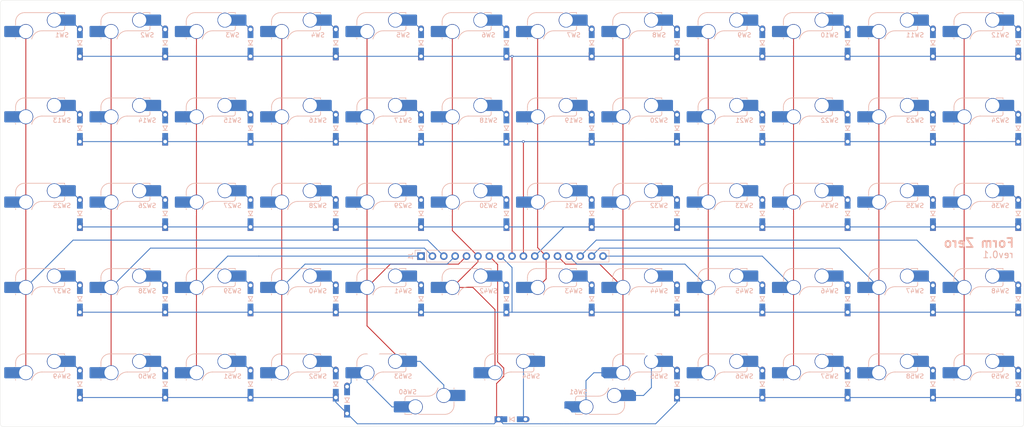
<source format=kicad_pcb>
(kicad_pcb (version 20240108) (generator "pcbnew") (generator_version "8.0")
  (title_block (title "Form Zero") (rev "0.1"))
  (layers (0 "F.Cu" signal) (31 "B.Cu" signal) (34 "B.Paste" user) (35 "F.Paste" user) (36 "B.SilkS" user "B.Silkscreen") (37 "F.SilkS" user "F.Silkscreen") (38 "B.Mask" user) (39 "F.Mask" user) (44 "Edge.Cuts" user))
  (net 0 "")
  (net 1 "Net-(D1-A)")
  (net 2 "Net-(D2-A)")
  (net 3 "Net-(D3-A)")
  (net 4 "Net-(D4-A)")
  (net 5 "Net-(D5-A)")
  (net 6 "Net-(D6-A)")
  (net 7 "Net-(D7-A)")
  (net 8 "Net-(D8-A)")
  (net 9 "Net-(D9-A)")
  (net 10 "Net-(D10-A)")
  (net 11 "Net-(D11-A)")
  (net 12 "Net-(D12-A)")
  (net 13 "Net-(D13-A)")
  (net 14 "Net-(D14-A)")
  (net 15 "Net-(D15-A)")
  (net 16 "Net-(D16-A)")
  (net 17 "Net-(D17-A)")
  (net 18 "Net-(D18-A)")
  (net 19 "Net-(D19-A)")
  (net 20 "Net-(D20-A)")
  (net 21 "Net-(D21-A)")
  (net 22 "Net-(D22-A)")
  (net 23 "Net-(D23-A)")
  (net 24 "Net-(D24-A)")
  (net 25 "Net-(D25-A)")
  (net 26 "Net-(D26-A)")
  (net 27 "Net-(D27-A)")
  (net 28 "Net-(D28-A)")
  (net 29 "Net-(D29-A)")
  (net 30 "Net-(D30-A)")
  (net 31 "Net-(D31-A)")
  (net 32 "Net-(D32-A)")
  (net 33 "Net-(D33-A)")
  (net 34 "Net-(D34-A)")
  (net 35 "Net-(D35-A)")
  (net 36 "Net-(D36-A)")
  (net 37 "Net-(D37-A)")
  (net 38 "Net-(D38-A)")
  (net 39 "Net-(D39-A)")
  (net 40 "Net-(D40-A)")
  (net 41 "Net-(D41-A)")
  (net 42 "Net-(D42-A)")
  (net 43 "Net-(D43-A)")
  (net 44 "Net-(D44-A)")
  (net 45 "Net-(D45-A)")
  (net 46 "Net-(D46-A)")
  (net 47 "Net-(D47-A)")
  (net 48 "Net-(D48-A)")
  (net 49 "Net-(D49-A)")
  (net 50 "Net-(D50-A)")
  (net 51 "Net-(D51-A)")
  (net 52 "Net-(D52-A)")
  (net 53 "Net-(D53-A)")
  (net 54 "Net-(D54-A)")
  (net 55 "Net-(D55-A)")
  (net 56 "Net-(D56-A)")
  (net 57 "Net-(D57-A)")
  (net 58 "Net-(D58-A)")
  (net 59 "Net-(D59-A)")
  (net 60 "row0")
  (net 61 "row1")
  (net 62 "row2")
  (net 63 "row3")
  (net 64 "row4")
  (net 65 "col6")
  (net 66 "col0")
  (net 67 "col1")
  (net 68 "col2")
  (net 69 "col3")
  (net 70 "col4")
  (net 71 "col5")
  (net 72 "col7")
  (net 73 "col8")
  (net 74 "col9")
  (net 75 "col10")
  (net 76 "col11")
  (footprint "marbastlib-mx:STAB_MX_2u" (layer "F.Cu") (at 154.644406 108.664398 180)
    (property "Reference" "S61" (hide yes))
    (property "Value" "MX_stab")
  )
  (footprint "marbastlib-mx:STAB_MX_2u" (layer "F.Cu") (at 135.594406 108.664398 180)
    (property "Reference" "S54" (hide yes))
    (property "Value" "MX_stab")
  )
  (footprint "marbastlib-mx:STAB_MX_2u" (layer "F.Cu") (at 116.544406 108.664398 180)
    (property "Reference" "S60" (hide yes))
    (property "Value" "MX_stab")
  )
  (footprint "kbd:D3_TH_SMD_v2" (layer "B.Cu") (at 229.581905 51.514398 90)
    (property "Reference" "D23" (hide yes))
    (property "Value" "D" (hide yes))
  )
  (footprint "marbastlib-mx:SW_MX_HS_CPG151101S11_1u" (layer "B.Cu") (at 145.119406 89.614398 180)
    (property "Reference" "SW43")
    (property "Value" "SW_Push")
  )
  (footprint "marbastlib-mx:SW_MX_HS_CPG151101S11_1u" (layer "B.Cu") (at 164.169406 70.564398 180)
    (property "Reference" "SW32")
    (property "Value" "SW_Push")
  )
  (footprint "kbd:D3_TH_SMD_v2" (layer "B.Cu") (at 153.381905 89.614398 90)
    (property "Reference" "D43" (hide yes))
    (property "Value" "D" (hide yes))
  )
  (footprint "marbastlib-mx:SW_MX_HS_CPG151101S11_1u" (layer "B.Cu") (at 202.269406 51.514398 180)
    (property "Reference" "SW22")
    (property "Value" "SW_Push")
  )
  (footprint "kbd:D3_TH_SMD_v2" (layer "B.Cu") (at 58.131905 32.464398 90)
    (property "Reference" "D2" (hide yes))
    (property "Value" "D" (hide yes))
  )
  (footprint "kbd:D3_TH_SMD_v2" (layer "B.Cu") (at 39.081905 51.514398 90)
    (property "Reference" "D13" (hide yes))
    (property "Value" "D" (hide yes))
  )
  (footprint "marbastlib-mx:SW_MX_HS_CPG151101S11_1u" (layer "B.Cu") (at 126.069406 89.614398 180)
    (property "Reference" "SW42")
    (property "Value" "SW_Push")
  )
  (footprint "kbd:D3_TH_SMD_v2" (layer "B.Cu") (at 115.281905 32.464398 90)
    (property "Reference" "D5" (hide yes))
    (property "Value" "D" (hide yes))
  )
  (footprint "marbastlib-mx:SW_MX_HS_CPG151101S11_1u" (layer "B.Cu") (at 202.269406 32.464398 180)
    (property "Reference" "SW10")
    (property "Value" "SW_Push")
  )
  (footprint "kbd:D3_TH_SMD_v2" (layer "B.Cu") (at 134.331905 89.614398 90)
    (property "Reference" "D42" (hide yes))
    (property "Value" "D" (hide yes))
  )
  (footprint "marbastlib-mx:SW_MX_HS_CPG151101S11_1u" (layer "B.Cu") (at 240.369406 89.614398 180)
    (property "Reference" "SW48")
    (property "Value" "SW_Push")
  )
  (footprint "kbd:D3_TH_SMD_v2" (layer "B.Cu") (at 153.381905 51.514398 90)
    (property "Reference" "D19" (hide yes))
    (property "Value" "D" (hide yes))
  )
  (footprint "marbastlib-mx:SW_MX_HS_CPG151101S11_1u" (layer "B.Cu") (at 126.069406 51.514398 180)
    (property "Reference" "SW18")
    (property "Value" "SW_Push")
  )
  (footprint "kbd:D3_TH_SMD_v2" (layer "B.Cu") (at 77.181905 89.614398 90)
    (property "Reference" "D39" (hide yes))
    (property "Value" "D" (hide yes))
  )
  (footprint "kbd:D3_TH_SMD_v2" (layer "B.Cu") (at 229.581905 108.664398 90)
    (property "Reference" "D58" (hide yes))
    (property "Value" "D" (hide yes))
  )
  (footprint "marbastlib-mx:SW_MX_HS_CPG151101S11_1u" (layer "B.Cu") (at 202.269406 89.614398 180)
    (property "Reference" "SW46")
    (property "Value" "SW_Push")
  )
  (footprint "marbastlib-mx:SW_MX_HS_CPG151101S11_1u" (layer "B.Cu") (at 154.644406 108.664398)
    (property "Reference" "SW61")
    (property "Value" "SW_Push")
  )
  (footprint "kbd:D3_TH_SMD_v2" (layer "B.Cu") (at 191.481905 70.564398 90)
    (property "Reference" "D33" (hide yes))
    (property "Value" "D" (hide yes))
  )
  (footprint "kbd:D3_TH_SMD_v2" (layer "B.Cu") (at 229.581905 70.564398 90)
    (property "Reference" "D35" (hide yes))
    (property "Value" "D" (hide yes))
  )
  (footprint "marbastlib-mx:SW_MX_HS_CPG151101S11_1u" (layer "B.Cu") (at 107.019406 89.614398 180)
    (property "Reference" "SW41")
    (property "Value" "SW_Push")
  )
  (footprint "kbd:D3_TH_SMD_v2" (layer "B.Cu") (at 229.581905 89.614398 90)
    (property "Reference" "D47" (hide yes))
    (property "Value" "D" (hide yes))
  )
  (footprint "kbd:D3_TH_SMD_v2" (layer "B.Cu") (at 135.594406 116.514459)
    (property "Reference" "D54" (hide yes))
    (property "Value" "D" (hide yes))
  )
  (footprint "kbd:D3_TH_SMD_v2" (layer "B.Cu") (at 210.531905 32.464398 90)
    (property "Reference" "D10" (hide yes))
    (property "Value" "D" (hide yes))
  )
  (footprint "marbastlib-mx:SW_MX_HS_CPG151101S11_1u" (layer "B.Cu") (at 202.269406 108.664398 180)
    (property "Reference" "SW57")
    (property "Value" "SW_Push")
  )
  (footprint "marbastlib-mx:SW_MX_HS_CPG151101S11_1u" (layer "B.Cu") (at 135.594406 108.664398 180)
    (property "Reference" "SW54")
    (property "Value" "SW_Push")
  )
  (footprint "marbastlib-mx:SW_MX_HS_CPG151101S11_1u" (layer "B.Cu") (at 107.019406 108.664398 180)
    (property "Reference" "SW53")
    (property "Value" "SW_Push")
  )
  (footprint "kbd:D3_TH_SMD_v2" (layer "B.Cu") (at 191.481905 32.464398 90)
    (property "Reference" "D9" (hide yes))
    (property "Value" "D" (hide yes))
  )
  (footprint "kbd:D3_TH_SMD_v2" (layer "B.Cu") (at 210.531905 51.514398 90)
    (property "Reference" "D22" (hide yes))
    (property "Value" "D" (hide yes))
  )
  (footprint "kbd:D3_TH_SMD_v2" (layer "B.Cu") (at 248.631905 108.664398 90)
    (property "Reference" "D59" (hide yes))
    (property "Value" "D" (hide yes))
  )
  (footprint "kbd:D3_TH_SMD_v2" (layer "B.Cu") (at 58.131905 108.664398 90)
    (property "Reference" "D50" (hide yes))
    (property "Value" "D" (hide yes))
  )
  (footprint "marbastlib-mx:SW_MX_HS_CPG151101S11_1u" (layer "B.Cu") (at 145.119406 70.564398 180)
    (property "Reference" "SW31")
    (property "Value" "SW_Push")
  )
  (footprint "marbastlib-mx:SW_MX_HS_CPG151101S11_1u" (layer "B.Cu") (at 30.819406 32.464398 180)
    (property "Reference" "SW1")
    (property "Value" "SW_Push")
  )
  (footprint "kbd:D3_TH_SMD_v2" (layer "B.Cu") (at 191.481905 108.664398 90)
    (property "Reference" "D56" (hide yes))
    (property "Value" "D" (hide yes))
  )
  (footprint "marbastlib-mx:SW_MX_HS_CPG151101S11_1u" (layer "B.Cu") (at 183.219406 51.514398 180)
    (property "Reference" "SW21")
    (property "Value" "SW_Push")
  )
  (footprint "kbd:D3_TH_SMD_v2" (layer "B.Cu") (at 96.231905 108.664398 90)
    (property "Reference" "D52" (hide yes))
    (property "Value" "D" (hide yes))
  )
  (footprint "kbd:D3_TH_SMD_v2" (layer "B.Cu") (at 248.631905 70.564398 90)
    (property "Reference" "D36" (hide yes))
    (property "Value" "D" (hide yes))
  )
  (footprint "kbd:D3_TH_SMD_v2" (layer "B.Cu") (at 96.231905 32.464398 90)
    (property "Reference" "D4" (hide yes))
    (property "Value" "D" (hide yes))
  )
  (footprint "kbd:D3_TH_SMD_v2" (layer "B.Cu") (at 172.431905 70.564398 90)
    (property "Reference" "D32" (hide yes))
    (property "Value" "D" (hide yes))
  )
  (footprint "kbd:D3_TH_SMD_v2" (layer "B.Cu") (at 172.431905 51.514398 90)
    (property "Reference" "D20" (hide yes))
    (property "Value" "D" (hide yes))
  )
  (footprint "marbastlib-mx:SW_MX_HS_CPG151101S11_1u" (layer "B.Cu") (at 164.169406 51.514398 180)
    (property "Reference" "SW20")
    (property "Value" "SW_Push")
  )
  (footprint "kbd:D3_TH_SMD_v2" (layer "B.Cu") (at 172.431905 108.664398 90)
    (property "Reference" "D55" (hide yes))
    (property "Value" "D" (hide yes))
  )
  (footprint "kbd:D3_TH_SMD_v2" (layer "B.Cu") (at 115.281905 70.564398 90)
    (property "Reference" "D29" (hide yes))
    (property "Value" "D" (hide yes))
  )
  (footprint "marbastlib-mx:SW_MX_HS_CPG151101S11_1u" (layer "B.Cu") (at 68.919406 32.464398 180)
    (property "Reference" "SW3")
    (property "Value" "SW_Push")
  )
  (footprint "kbd:D3_TH_SMD_v2" (layer "B.Cu") (at 58.131905 89.614398 90)
    (property "Reference" "D38" (hide yes))
    (property "Value" "D" (hide yes))
  )
  (footprint "kbd:D3_TH_SMD_v2" (layer "B.Cu") (at 96.231905 70.564398 90)
    (property "Reference" "D28" (hide yes))
    (property "Value" "D" (hide yes))
  )
  (footprint "kbd:D3_TH_SMD_v2" (layer "B.Cu") (at 39.081905 108.664398 90)
    (property "Reference" "D49" (hide yes))
    (property "Value" "D" (hide yes))
  )
  (footprint "kbd:D3_TH_SMD_v2" (layer "B.Cu") (at 96.231905 51.514398 90)
    (property "Reference" "D16" (hide yes))
    (property "Value" "D" (hide yes))
  )
  (footprint "marbastlib-mx:SW_MX_HS_CPG151101S11_1u" (layer "B.Cu") (at 164.169406 108.664398 180)
    (property "Reference" "SW55")
    (property "Value" "SW_Push")
  )
  (footprint "kbd:D3_TH_SMD_v2" (layer "B.Cu") (at 134.331905 70.564398 90)
    (property "Reference" "D30" (hide yes))
    (property "Value" "D" (hide yes))
  )
  (footprint "marbastlib-mx:SW_MX_HS_CPG151101S11_1u" (layer "B.Cu") (at 68.919406 108.664398 180)
    (property "Reference" "SW51")
    (property "Value" "SW_Push")
  )
  (footprint "Connector_PinHeader_2.54mm:PinHeader_1x17_P2.54mm_Vertical" (layer "B.Cu") (at 115.269406 80.089398 -90)
    (property "Reference" "J1")
    (property "Value" "Conn_01x17_Pin")
  )
  (footprint "marbastlib-mx:SW_MX_HS_CPG151101S11_1u" (layer "B.Cu") (at 30.819406 51.514398 180)
    (property "Reference" "SW13")
    (property "Value" "SW_Push")
  )
  (footprint "marbastlib-mx:SW_MX_HS_CPG151101S11_1u" (layer "B.Cu") (at 116.544406 108.664398)
    (property "Reference" "SW60")
    (property "Value" "SW_Push")
  )
  (footprint "marbastlib-mx:SW_MX_HS_CPG151101S11_1u" (layer "B.Cu") (at 87.969406 108.664398 180)
    (property "Reference" "SW52")
    (property "Value" "SW_Push")
  )
  (footprint "marbastlib-mx:SW_MX_HS_CPG151101S11_1u" (layer "B.Cu") (at 87.969406 89.614398 180)
    (property "Reference" "SW40")
    (property "Value" "SW_Push")
  )
  (footprint "kbd:D3_TH_SMD_v2" (layer "B.Cu") (at 153.381905 32.464398 90)
    (property "Reference" "D7" (hide yes))
    (property "Value" "D" (hide yes))
  )
  (footprint "kbd:D3_TH_SMD_v2" (layer "B.Cu") (at 77.181905 70.564398 90)
    (property "Reference" "D27" (hide yes))
    (property "Value" "D" (hide yes))
  )
  (footprint "kbd:D3_TH_SMD_v2" (layer "B.Cu") (at 58.131905 70.564398 90)
    (property "Reference" "D26" (hide yes))
    (property "Value" "D" (hide yes))
  )
  (footprint "kbd:D3_TH_SMD_v2" (layer "B.Cu") (at 58.131905 51.514398 90)
    (property "Reference" "D14" (hide yes))
    (property "Value" "D" (hide yes))
  )
  (footprint "marbastlib-mx:SW_MX_HS_CPG151101S11_1u" (layer "B.Cu") (at 202.269406 70.564398 180)
    (property "Reference" "SW34")
    (property "Value" "SW_Push")
  )
  (footprint "marbastlib-mx:SW_MX_HS_CPG151101S11_1u" (layer "B.Cu") (at 68.919406 70.564398 180)
    (property "Reference" "SW27")
    (property "Value" "SW_Push")
  )
  (footprint "marbastlib-mx:SW_MX_HS_CPG151101S11_1u" (layer "B.Cu") (at 49.869406 70.564398 180)
    (property "Reference" "SW26")
    (property "Value" "SW_Push")
  )
  (footprint "kbd:D3_TH_SMD_v2" (layer "B.Cu") (at 210.531905 89.614398 90)
    (property "Reference" "D46" (hide yes))
    (property "Value" "D" (hide yes))
  )
  (footprint "marbastlib-mx:SW_MX_HS_CPG151101S11_1u" (layer "B.Cu") (at 221.319406 51.514398 180)
    (property "Reference" "SW23")
    (property "Value" "SW_Push")
  )
  (footprint "kbd:D3_TH_SMD_v2" (layer "B.Cu") (at 210.531905 108.664398 90)
    (property "Reference" "D57" (hide yes))
    (property "Value" "D" (hide yes))
  )
  (footprint "marbastlib-mx:SW_MX_HS_CPG151101S11_1u" (layer "B.Cu") (at 164.169406 32.464398 180)
    (property "Reference" "SW8")
    (property "Value" "SW_Push")
  )
  (footprint "kbd:D3_TH_SMD_v2" (layer "B.Cu") (at 77.181905 32.464398 90)
    (property "Reference" "D3" (hide yes))
    (property "Value" "D" (hide yes))
  )
  (footprint "kbd:D3_TH_SMD_v2" (layer "B.Cu") (at 229.581905 32.464398 90)
    (property "Reference" "D11" (hide yes))
    (property "Value" "D" (hide yes))
  )
  (footprint "marbastlib-mx:SW_MX_HS_CPG151101S11_1u" (layer "B.Cu") (at 183.219406 32.464398 180)
    (property "Reference" "SW9")
    (property "Value" "SW_Push")
  )
  (footprint "kbd:D3_TH_SMD_v2" (layer "B.Cu") (at 77.181905 108.664398 90)
    (property "Reference" "D51" (hide yes))
    (property "Value" "D" (hide yes))
  )
  (footprint "marbastlib-mx:SW_MX_HS_CPG151101S11_1u" (layer "B.Cu") (at 145.119406 32.464398 180)
    (property "Reference" "SW7")
    (property "Value" "SW_Push")
  )
  (footprint "kbd:D3_TH_SMD_v2" (layer "B.Cu") (at 39.081905 89.614398 90)
    (property "Reference" "D37" (hide yes))
    (property "Value" "D" (hide yes))
  )
  (footprint "marbastlib-mx:SW_MX_HS_CPG151101S11_1u" (layer "B.Cu") (at 240.369406 51.514398 180)
    (property "Reference" "SW24")
    (property "Value" "SW_Push")
  )
  (footprint "marbastlib-mx:SW_MX_HS_CPG151101S11_1u" (layer "B.Cu") (at 183.219406 70.564398 180)
    (property "Reference" "SW33")
    (property "Value" "SW_Push")
  )
  (footprint "marbastlib-mx:SW_MX_HS_CPG151101S11_1u" (layer "B.Cu") (at 221.319406 89.614398 180)
    (property "Reference" "SW47")
    (property "Value" "SW_Push")
  )
  (footprint "marbastlib-mx:SW_MX_HS_CPG151101S11_1u" (layer "B.Cu") (at 183.219406 108.664398 180)
    (property "Reference" "SW56")
    (property "Value" "SW_Push")
  )
  (footprint "kbd:D3_TH_SMD_v2" (layer "B.Cu") (at 248.631905 32.464398 90)
    (property "Reference" "D12" (hide yes))
    (property "Value" "D" (hide yes))
  )
  (footprint "kbd:D3_TH_SMD_v2" (layer "B.Cu") (at 98.756906 112.236273 90)
    (property "Reference" "D53" (hide yes))
    (property "Value" "D" (hide yes))
  )
  (footprint "marbastlib-mx:SW_MX_HS_CPG151101S11_1u" (layer "B.Cu") (at 221.319406 32.464398 180)
    (property "Reference" "SW11")
    (property "Value" "SW_Push")
  )
  (footprint "marbastlib-mx:SW_MX_HS_CPG151101S11_1u" (layer "B.Cu") (at 49.869406 32.464398 180)
    (property "Reference" "SW2")
    (property "Value" "SW_Push")
  )
  (footprint "kbd:D3_TH_SMD_v2" (layer "B.Cu") (at 77.181905 51.514398 90)
    (property "Reference" "D15" (hide yes))
    (property "Value" "D" (hide yes))
  )
  (footprint "marbastlib-mx:SW_MX_HS_CPG151101S11_1u" (layer "B.Cu") (at 30.819406 108.664398 180)
    (property "Reference" "SW49")
    (property "Value" "SW_Push")
  )
  (footprint "marbastlib-mx:SW_MX_HS_CPG151101S11_1u" (layer "B.Cu") (at 49.869406 89.614398 180)
    (property "Reference" "SW38")
    (property "Value" "SW_Push")
  )
  (footprint "kbd:D3_TH_SMD_v2" (layer "B.Cu") (at 115.281905 89.614398 90)
    (property "Reference" "D41" (hide yes))
    (property "Value" "D" (hide yes))
  )
  (footprint "marbastlib-mx:SW_MX_HS_CPG151101S11_1u" (layer "B.Cu") (at 126.069406 70.564398 180)
    (property "Reference" "SW30")
    (property "Value" "SW_Push")
  )
  (footprint "marbastlib-mx:SW_MX_HS_CPG151101S11_1u" (layer "B.Cu") (at 87.969406 70.564398 180)
    (property "Reference" "SW28")
    (property "Value" "SW_Push")
  )
  (footprint "marbastlib-mx:SW_MX_HS_CPG151101S11_1u" (layer "B.Cu") (at 240.369406 108.664398 180)
    (property "Reference" "SW59")
    (property "Value" "SW_Push")
  )
  (footprint "kbd:D3_TH_SMD_v2" (layer "B.Cu") (at 115.281905 51.514398 90)
    (property "Reference" "D17" (hide yes))
    (property "Value" "D" (hide yes))
  )
  (footprint "marbastlib-mx:SW_MX_HS_CPG151101S11_1u" (layer "B.Cu") (at 145.119406 51.514398 180)
    (property "Reference" "SW19")
    (property "Value" "SW_Push")
  )
  (footprint "marbastlib-mx:SW_MX_HS_CPG151101S11_1u" (layer "B.Cu") (at 68.919406 51.514398 180)
    (property "Reference" "SW15")
    (property "Value" "SW_Push")
  )
  (footprint "kbd:D3_TH_SMD_v2" (layer "B.Cu") (at 248.631905 51.514398 90)
    (property "Reference" "D24" (hide yes))
    (property "Value" "D" (hide yes))
  )
  (footprint "marbastlib-mx:SW_MX_HS_CPG151101S11_1u" (layer "B.Cu") (at 107.019406 51.514398 180)
    (property "Reference" "SW17")
    (property "Value" "SW_Push")
  )
  (footprint "marbastlib-mx:SW_MX_HS_CPG151101S11_1u" (layer "B.Cu") (at 87.969406 32.464398 180)
    (property "Reference" "SW4")
    (property "Value" "SW_Push")
  )
  (footprint "kbd:D3_TH_SMD_v2" (layer "B.Cu") (at 210.531905 70.564398 90)
    (property "Reference" "D34" (hide yes))
    (property "Value" "D" (hide yes))
  )
  (footprint "kbd:D3_TH_SMD_v2" (layer "B.Cu") (at 39.081905 70.564398 90)
    (property "Reference" "D25" (hide yes))
    (property "Value" "D" (hide yes))
  )
  (footprint "marbastlib-mx:SW_MX_HS_CPG151101S11_1u" (layer "B.Cu") (at 164.169406 89.614398 180)
    (property "Reference" "SW44")
    (property "Value" "SW_Push")
  )
  (footprint "marbastlib-mx:SW_MX_HS_CPG151101S11_1u" (layer "B.Cu") (at 68.919406 89.614398 180)
    (property "Reference" "SW39")
    (property "Value" "SW_Push")
  )
  (footprint "marbastlib-mx:SW_MX_HS_CPG151101S11_1u" (layer "B.Cu") (at 240.369406 70.564398 180)
    (property "Reference" "SW36")
    (property "Value" "SW_Push")
  )
  (footprint "marbastlib-mx:SW_MX_HS_CPG151101S11_1u" (layer "B.Cu") (at 221.319406 108.664398 180)
    (property "Reference" "SW58")
    (property "Value" "SW_Push")
  )
  (footprint "kbd:D3_TH_SMD_v2" (layer "B.Cu") (at 172.431905 32.464398 90)
    (property "Reference" "D8" (hide yes))
    (property "Value" "D" (hide yes))
  )
  (footprint "kbd:D3_TH_SMD_v2" (layer "B.Cu") (at 134.331905 51.514398 90)
    (property "Reference" "D18" (hide yes))
    (property "Value" "D" (hide yes))
  )
  (footprint "kbd:D3_TH_SMD_v2" (layer "B.Cu") (at 172.431905 89.614398 90)
    (property "Reference" "D44" (hide yes))
    (property "Value" "D" (hide yes))
  )
  (footprint "marbastlib-mx:SW_MX_HS_CPG151101S11_1u" (layer "B.Cu") (at 49.869406 108.664398 180)
    (property "Reference" "SW50")
    (property "Value" "SW_Push")
  )
  (footprint "marbastlib-mx:SW_MX_HS_CPG151101S11_1u" (layer "B.Cu") (at 107.019406 70.564398 180)
    (property "Reference" "SW29")
    (property "Value" "SW_Push")
  )
  (footprint "kbd:D3_TH_SMD_v2" (layer "B.Cu") (at 39.081905 32.464398 90)
    (property "Reference" "D1" (hide yes))
    (property "Value" "D" (hide yes))
  )
  (footprint "marbastlib-mx:SW_MX_HS_CPG151101S11_1u" (layer "B.Cu") (at 49.869406 51.514398 180)
    (property "Reference" "SW14")
    (property "Value" "SW_Push")
  )
  (footprint "marbastlib-mx:SW_MX_HS_CPG151101S11_1u" (layer "B.Cu") (at 240.369406 32.464398 180)
    (property "Reference" "SW12")
    (property "Value" "SW_Push")
  )
  (footprint "marbastlib-mx:SW_MX_HS_CPG151101S11_1u" (layer "B.Cu") (at 107.019406 32.464398 180)
    (property "Reference" "SW5")
    (property "Value" "SW_Push")
  )
  (footprint "marbastlib-mx:SW_MX_HS_CPG151101S11_1u" (layer "B.Cu") (at 183.219406 89.614398 180)
    (property "Reference" "SW45")
    (property "Value" "SW_Push")
  )
  (footprint "kbd:D3_TH_SMD_v2" (layer "B.Cu") (at 134.331905 32.464398 90)
    (property "Reference" "D6" (hide yes))
    (property "Value" "D" (hide yes))
  )
  (footprint "kbd:D3_TH_SMD_v2" (layer "B.Cu") (at 96.231905 89.614398 90)
    (property "Reference" "D40" (hide yes))
    (property "Value" "D" (hide yes))
  )
  (footprint "kbd:D3_TH_SMD_v2" (layer "B.Cu") (at 191.481905 51.514398 90)
    (property "Reference" "D21" (hide yes))
    (property "Value" "D" (hide yes))
  )
  (footprint "kbd:D3_TH_SMD_v2" (layer "B.Cu") (at 153.381905 70.564398 90)
    (property "Reference" "D31" (hide yes))
    (property "Value" "D" (hide yes))
  )
  (footprint "kbd:D3_TH_SMD_v2" (layer "B.Cu") (at 248.631905 89.614398 90)
    (property "Reference" "D48" (hide yes))
    (property "Value" "D" (hide yes))
  )
  (footprint "marbastlib-mx:SW_MX_HS_CPG151101S11_1u" (layer "B.Cu") (at 30.819406 70.564398 180)
    (property "Reference" "SW25")
    (property "Value" "SW_Push")
  )
  (footprint "kbd:D3_TH_SMD_v2" (layer "B.Cu") (at 191.481905 89.614398 90)
    (property "Reference" "D45" (hide yes))
    (property "Value" "D" (hide yes))
  )
  (footprint "marbastlib-mx:SW_MX_HS_CPG151101S11_1u" (layer "B.Cu") (at 30.819406 89.614398 180)
    (property "Reference" "SW37")
    (property "Value" "SW_Push")
  )
  (footprint "marbastlib-mx:SW_MX_HS_CPG151101S11_1u" (layer "B.Cu") (at 221.319406 70.564398 180)
    (property "Reference" "SW35")
    (property "Value" "SW_Push")
  )
  (footprint "marbastlib-mx:SW_MX_HS_CPG151101S11_1u" (layer "B.Cu") (at 87.969406 51.514398 180)
    (property "Reference" "SW16")
    (property "Value" "SW_Push")
  )
  (footprint "marbastlib-mx:SW_MX_HS_CPG151101S11_1u" (layer "B.Cu") (at 126.069406 32.464398 180)
    (property "Reference" "SW6")
    (property "Value" "SW_Push")
  )
  (gr_arc (start 21.294406 23.714398) (mid 21.521398 23.16639) (end 22.069406 22.939398) (stroke (width 0.05)) (layer "Edge.Cuts"))
  (gr_arc (start 249.119406 22.939398) (mid 249.667414 23.16639) (end 249.894406 23.714398) (stroke (width 0.05)) (layer "Edge.Cuts"))
  (gr_arc (start 22.069406 118.189398) (mid 21.521398 117.962406) (end 21.294406 117.414398) (stroke (width 0.05)) (layer "Edge.Cuts"))
  (gr_line (start 249.894406 23.714398) (end 249.894406 117.414398) (stroke (width 0.05)) (layer "Edge.Cuts"))
  (gr_arc (start 249.894406 117.414398) (mid 249.667414 117.962406) (end 249.119406 118.189398) (stroke (width 0.05)) (layer "Edge.Cuts"))
  (gr_line (start 21.294406 117.414398) (end 21.294406 23.714398) (stroke (width 0.05)) (layer "Edge.Cuts"))
  (gr_line (start 249.119406 118.189398) (end 22.069406 118.189398) (stroke (width 0.05)) (layer "Edge.Cuts"))
  (gr_line (start 22.069406 22.939398) (end 249.119406 22.939398) (stroke (width 0.05)) (layer "Edge.Cuts"))
  (gr_text "rev${REVISION}" (at 247.716942 80.645522 0) (layer "B.SilkS") (effects (font (size 1.5 1.5) (thickness 0.2)) (justify left bottom mirror)))
  (gr_text "${TITLE}" (at 239.848483 78.311816 0) (layer "B.SilkS") (effects (font (size 2 2) (thickness 0.4) (bold yes)) (justify bottom mirror)))
  (segment (start 36.909406 27.384398) (end 37.001905 27.384398) (width 0.2) (layer "B.Cu") (net 1))
  (segment (start 37.001905 27.384398) (end 39.081905 29.464398) (width 0.2) (layer "B.Cu") (net 1))
  (segment (start 55.959406 27.384398) (end 56.051905 27.384398) (width 0.2) (layer "B.Cu") (net 2))
  (segment (start 56.051905 27.384398) (end 58.131905 29.464398) (width 0.2) (layer "B.Cu") (net 2))
  (segment (start 75.009406 27.384398) (end 75.101905 27.384398) (width 0.2) (layer "B.Cu") (net 3))
  (segment (start 75.101905 27.384398) (end 77.181905 29.464398) (width 0.2) (layer "B.Cu") (net 3))
  (segment (start 94.151905 27.384398) (end 96.231905 29.464398) (width 0.2) (layer "B.Cu") (net 4))
  (segment (start 94.059406 27.384398) (end 94.151905 27.384398) (width 0.2) (layer "B.Cu") (net 4))
  (segment (start 113.109406 27.384398) (end 113.201905 27.384398) (width 0.2) (layer "B.Cu") (net 5))
  (segment (start 113.201905 27.384398) (end 115.281905 29.464398) (width 0.2) (layer "B.Cu") (net 5))
  (segment (start 132.159406 27.384398) (end 132.251905 27.384398) (width 0.2) (layer "B.Cu") (net 6))
  (segment (start 132.251905 27.384398) (end 134.331905 29.464398) (width 0.2) (layer "B.Cu") (net 6))
  (segment (start 151.209406 27.384398) (end 151.301905 27.384398) (width 0.2) (layer "B.Cu") (net 7))
  (segment (start 151.301905 27.384398) (end 153.381905 29.464398) (width 0.2) (layer "B.Cu") (net 7))
  (segment (start 170.351905 27.384398) (end 172.431905 29.464398) (width 0.2) (layer "B.Cu") (net 8))
  (segment (start 170.259406 27.384398) (end 170.351905 27.384398) (width 0.2) (layer "B.Cu") (net 8))
  (segment (start 189.401905 27.384398) (end 191.481905 29.464398) (width 0.2) (layer "B.Cu") (net 9))
  (segment (start 189.309406 27.384398) (end 189.401905 27.384398) (width 0.2) (layer "B.Cu") (net 9))
  (segment (start 208.451905 27.384398) (end 210.531905 29.464398) (width 0.2) (layer "B.Cu") (net 10))
  (segment (start 208.359406 27.384398) (end 208.451905 27.384398) (width 0.2) (layer "B.Cu") (net 10))
  (segment (start 227.409406 27.384398) (end 227.501905 27.384398) (width 0.2) (layer "B.Cu") (net 11))
  (segment (start 227.501905 27.384398) (end 229.581905 29.464398) (width 0.2) (layer "B.Cu") (net 11))
  (segment (start 246.459406 27.384398) (end 246.551905 27.384398) (width 0.2) (layer "B.Cu") (net 12))
  (segment (start 246.551905 27.384398) (end 248.631905 29.464398) (width 0.2) (layer "B.Cu") (net 12))
  (segment (start 36.909406 46.434398) (end 37.001905 46.434398) (width 0.2) (layer "B.Cu") (net 13))
  (segment (start 37.001905 46.434398) (end 39.081905 48.514398) (width 0.2) (layer "B.Cu") (net 13))
  (segment (start 56.051905 46.434398) (end 58.131905 48.514398) (width 0.2) (layer "B.Cu") (net 14))
  (segment (start 55.959406 46.434398) (end 56.051905 46.434398) (width 0.2) (layer "B.Cu") (net 14))
  (segment (start 75.101905 46.434398) (end 77.181905 48.514398) (width 0.2) (layer "B.Cu") (net 15))
  (segment (start 75.009406 46.434398) (end 75.101905 46.434398) (width 0.2) (layer "B.Cu") (net 15))
  (segment (start 94.059406 46.434398) (end 94.151905 46.434398) (width 0.2) (layer "B.Cu") (net 16))
  (segment (start 94.151905 46.434398) (end 96.231905 48.514398) (width 0.2) (layer "B.Cu") (net 16))
  (segment (start 113.201905 46.434398) (end 115.281905 48.514398) (width 0.2) (layer "B.Cu") (net 17))
  (segment (start 113.109406 46.434398) (end 113.201905 46.434398) (width 0.2) (layer "B.Cu") (net 17))
  (segment (start 132.251905 46.434398) (end 134.331905 48.514398) (width 0.2) (layer "B.Cu") (net 18))
  (segment (start 132.159406 46.434398) (end 132.251905 46.434398) (width 0.2) (layer "B.Cu") (net 18))
  (segment (start 151.301905 46.434398) (end 153.381905 48.514398) (width 0.2) (layer "B.Cu") (net 19))
  (segment (start 151.209406 46.434398) (end 151.301905 46.434398) (width 0.2) (layer "B.Cu") (net 19))
  (segment (start 170.259406 46.434398) (end 170.351905 46.434398) (width 0.2) (layer "B.Cu") (net 20))
  (segment (start 170.351905 46.434398) (end 172.431905 48.514398) (width 0.2) (layer "B.Cu") (net 20))
  (segment (start 189.309406 46.434398) (end 189.401905 46.434398) (width 0.2) (layer "B.Cu") (net 21))
  (segment (start 189.401905 46.434398) (end 191.481905 48.514398) (width 0.2) (layer "B.Cu") (net 21))
  (segment (start 208.359406 46.434398) (end 208.451905 46.434398) (width 0.2) (layer "B.Cu") (net 22))
  (segment (start 208.451905 46.434398) (end 210.531905 48.514398) (width 0.2) (layer "B.Cu") (net 22))
  (segment (start 227.501905 46.434398) (end 229.581905 48.514398) (width 0.2) (layer "B.Cu") (net 23))
  (segment (start 227.409406 46.434398) (end 227.501905 46.434398) (width 0.2) (layer "B.Cu") (net 23))
  (segment (start 246.551905 46.434398) (end 248.631905 48.514398) (width 0.2) (layer "B.Cu") (net 24))
  (segment (start 246.459406 46.434398) (end 246.551905 46.434398) (width 0.2) (layer "B.Cu") (net 24))
  (segment (start 36.909406 65.484398) (end 37.001905 65.484398) (width 0.2) (layer "B.Cu") (net 25))
  (segment (start 37.001905 65.484398) (end 39.081905 67.564398) (width 0.2) (layer "B.Cu") (net 25))
  (segment (start 56.051905 65.484398) (end 58.131905 67.564398) (width 0.2) (layer "B.Cu") (net 26))
  (segment (start 55.959406 65.484398) (end 56.051905 65.484398) (width 0.2) (layer "B.Cu") (net 26))
  (segment (start 75.009406 65.484398) (end 75.101905 65.484398) (width 0.2) (layer "B.Cu") (net 27))
  (segment (start 75.101905 65.484398) (end 77.181905 67.564398) (width 0.2) (layer "B.Cu") (net 27))
  (segment (start 94.151905 65.484398) (end 96.231905 67.564398) (width 0.2) (layer "B.Cu") (net 28))
  (segment (start 94.059406 65.484398) (end 94.151905 65.484398) (width 0.2) (layer "B.Cu") (net 28))
  (segment (start 113.109406 65.484398) (end 113.201905 65.484398) (width 0.2) (layer "B.Cu") (net 29))
  (segment (start 113.201905 65.484398) (end 115.281905 67.564398) (width 0.2) (layer "B.Cu") (net 29))
  (segment (start 132.159406 65.484398) (end 132.251905 65.484398) (width 0.2) (layer "B.Cu") (net 30))
  (segment (start 132.251905 65.484398) (end 134.331905 67.564398) (width 0.2) (layer "B.Cu") (net 30))
  (segment (start 151.209406 65.484398) (end 151.301905 65.484398) (width 0.2) (layer "B.Cu") (net 31))
  (segment (start 151.301905 65.484398) (end 153.381905 67.564398) (width 0.2) (layer "B.Cu") (net 31))
  (segment (start 170.259406 65.484398) (end 170.351905 65.484398) (width 0.2) (layer "B.Cu") (net 32))
  (segment (start 170.351905 65.484398) (end 172.431905 67.564398) (width 0.2) (layer "B.Cu") (net 32))
  (segment (start 189.401905 65.484398) (end 191.481905 67.564398) (width 0.2) (layer "B.Cu") (net 33))
  (segment (start 189.309406 65.484398) (end 189.401905 65.484398) (width 0.2) (layer "B.Cu") (net 33))
  (segment (start 208.359406 65.484398) (end 208.451905 65.484398) (width 0.2) (layer "B.Cu") (net 34))
  (segment (start 208.451905 65.484398) (end 210.531905 67.564398) (width 0.2) (layer "B.Cu") (net 34))
  (segment (start 227.409406 65.484398) (end 227.501905 65.484398) (width 0.2) (layer "B.Cu") (net 35))
  (segment (start 227.501905 65.484398) (end 229.581905 67.564398) (width 0.2) (layer "B.Cu") (net 35))
  (segment (start 246.459406 65.484398) (end 246.551905 65.484398) (width 0.2) (layer "B.Cu") (net 36))
  (segment (start 246.551905 65.484398) (end 248.631905 67.564398) (width 0.2) (layer "B.Cu") (net 36))
  (segment (start 36.909406 84.534398) (end 37.001905 84.534398) (width 0.2) (layer "B.Cu") (net 37))
  (segment (start 37.001905 84.534398) (end 39.081905 86.614398) (width 0.2) (layer "B.Cu") (net 37))
  (segment (start 56.051905 84.534398) (end 58.131905 86.614398) (width 0.2) (layer "B.Cu") (net 38))
  (segment (start 55.959406 84.534398) (end 56.051905 84.534398) (width 0.2) (layer "B.Cu") (net 38))
  (segment (start 75.009406 84.534398) (end 75.101905 84.534398) (width 0.2) (layer "B.Cu") (net 39))
  (segment (start 75.101905 84.534398) (end 77.181905 86.614398) (width 0.2) (layer "B.Cu") (net 39))
  (segment (start 94.059406 84.534398) (end 94.151905 84.534398) (width 0.2) (layer "B.Cu") (net 40))
  (segment (start 94.151905 84.534398) (end 96.231905 86.614398) (width 0.2) (layer "B.Cu") (net 40))
  (segment (start 113.109406 84.534398) (end 113.201905 84.534398) (width 0.2) (layer "B.Cu") (net 41))
  (segment (start 113.201905 84.534398) (end 115.281905 86.614398) (width 0.2) (layer "B.Cu") (net 41))
  (segment (start 132.159406 84.534398) (end 132.251905 84.534398) (width 0.2) (layer "B.Cu") (net 42))
  (segment (start 132.251905 84.534398) (end 134.331905 86.614398) (width 0.2) (layer "B.Cu") (net 42))
  (segment (start 151.209406 84.534398) (end 151.301905 84.534398) (width 0.2) (layer "B.Cu") (net 43))
  (segment (start 151.301905 84.534398) (end 153.381905 86.614398) (width 0.2) (layer "B.Cu") (net 43))
  (segment (start 170.259406 84.534398) (end 170.351905 84.534398) (width 0.2) (layer "B.Cu") (net 44))
  (segment (start 170.351905 84.534398) (end 172.431905 86.614398) (width 0.2) (layer "B.Cu") (net 44))
  (segment (start 189.309406 84.534398) (end 189.401905 84.534398) (width 0.2) (layer "B.Cu") (net 45))
  (segment (start 189.401905 84.534398) (end 191.481905 86.614398) (width 0.2) (layer "B.Cu") (net 45))
  (segment (start 208.451905 84.534398) (end 210.531905 86.614398) (width 0.2) (layer "B.Cu") (net 46))
  (segment (start 208.359406 84.534398) (end 208.451905 84.534398) (width 0.2) (layer "B.Cu") (net 46))
  (segment (start 227.409406 84.534398) (end 227.501905 84.534398) (width 0.2) (layer "B.Cu") (net 47))
  (segment (start 227.501905 84.534398) (end 229.581905 86.614398) (width 0.2) (layer "B.Cu") (net 47))
  (segment (start 246.459406 84.534398) (end 246.551905 84.534398) (width 0.2) (layer "B.Cu") (net 48))
  (segment (start 246.551905 84.534398) (end 248.631905 86.614398) (width 0.2) (layer "B.Cu") (net 48))
  (segment (start 37.001905 103.584398) (end 39.081905 105.664398) (width 0.2) (layer "B.Cu") (net 49))
  (segment (start 36.909406 103.584398) (end 37.001905 103.584398) (width 0.2) (layer "B.Cu") (net 49))
  (segment (start 56.051905 103.584398) (end 58.131905 105.664398) (width 0.2) (layer "B.Cu") (net 50))
  (segment (start 55.959406 103.584398) (end 56.051905 103.584398) (width 0.2) (layer "B.Cu") (net 50))
  (segment (start 75.009406 103.584398) (end 75.101905 103.584398) (width 0.2) (layer "B.Cu") (net 51))
  (segment (start 75.101905 103.584398) (end 77.181905 105.664398) (width 0.2) (layer "B.Cu") (net 51))
  (segment (start 94.151905 103.584398) (end 96.231905 105.664398) (width 0.2) (layer "B.Cu") (net 52))
  (segment (start 94.059406 103.584398) (end 94.151905 103.584398) (width 0.2) (layer "B.Cu") (net 52))
  (segment (start 103.209406 108.169173) (end 103.209406 106.124398) (width 0.2) (layer "B.Cu") (net 53))
  (segment (start 110.454406 113.744398) (end 108.784631 113.744398) (width 0.2) (layer "B.Cu") (net 53))
  (segment (start 99.659406 106.124398) (end 99.659406 108.333773) (width 0.2) (layer "B.Cu") (net 53))
  (segment (start 108.784631 113.744398) (end 103.209406 108.169173) (width 0.2) (layer "B.Cu") (net 53))
  (segment (start 99.659406 108.333773) (end 98.756906 109.236273) (width 0.2) (layer "B.Cu") (net 53))
  (segment (start 138.134406 103.584398) (end 138.134406 116.054459) (width 0.2) (layer "B.Cu") (net 54))
  (segment (start 141.684406 103.584398) (end 141.776905 103.584398) (width 0.2) (layer "B.Cu") (net 54))
  (segment (start 138.134406 116.475361) (end 138.143962 116.484917) (width 0.2) (layer "B.Cu") (net 54))
  (segment (start 138.134406 116.054459) (end 138.594406 116.514459) (width 0.2) (layer "B.Cu") (net 54))
  (segment (start 166.709406 109.439173) (end 166.709406 103.584398) (width 0.2) (layer "B.Cu") (net 55))
  (segment (start 170.259406 103.584398) (end 170.351905 103.584398) (width 0.2) (layer "B.Cu") (net 55))
  (segment (start 170.351905 103.584398) (end 172.431905 105.664398) (width 0.2) (layer "B.Cu") (net 55))
  (segment (start 164.944181 111.204398) (end 166.709406 109.439173) (width 0.2) (layer "B.Cu") (net 55))
  (segment (start 162.004406 111.204398) (end 164.944181 111.204398) (width 0.2) (layer "B.Cu") (net 55))
  (segment (start 189.401905 103.584398) (end 191.481905 105.664398) (width 0.2) (layer "B.Cu") (net 56))
  (segment (start 189.309406 103.584398) (end 189.401905 103.584398) (width 0.2) (layer "B.Cu") (net 56))
  (segment (start 208.451905 103.584398) (end 210.531905 105.664398) (width 0.2) (layer "B.Cu") (net 57))
  (segment (start 208.359406 103.584398) (end 208.451905 103.584398) (width 0.2) (layer "B.Cu") (net 57))
  (segment (start 227.501905 103.584398) (end 229.581905 105.664398) (width 0.2) (layer "B.Cu") (net 58))
  (segment (start 227.409406 103.584398) (end 227.501905 103.584398) (width 0.2) (layer "B.Cu") (net 58))
  (segment (start 246.551905 103.584398) (end 248.631905 105.664398) (width 0.2) (layer "B.Cu") (net 59))
  (segment (start 246.459406 103.584398) (end 246.551905 103.584398) (width 0.2) (layer "B.Cu") (net 59))
  (segment (start 135.589406 35.469398) (end 135.594406 35.464398) (width 0.2) (layer "F.Cu") (net 60))
  (segment (start 135.589406 80.089398) (end 135.589406 35.469398) (width 0.2) (layer "F.Cu") (net 60))
  (via (at 135.594406 35.464398) (size 0.6) (drill 0.3) (layers "F.Cu" "B.Cu") (net 60))
  (segment (start 39.081905 35.464398) (end 135.594406 35.464398) (width 0.2) (layer "B.Cu") (net 60))
  (segment (start 135.594406 35.464398) (end 248.631905 35.464398) (width 0.2) (layer "B.Cu") (net 60))
  (segment (start 138.129406 80.089398) (end 138.129406 54.519398) (width 0.2) (layer "F.Cu") (net 61))
  (segment (start 138.129406 54.519398) (end 138.124406 54.514398) (width 0.2) (layer "F.Cu") (net 61))
  (via (at 138.124406 54.514398) (size 0.6) (drill 0.3) (layers "F.Cu" "B.Cu") (net 61))
  (segment (start 248.631905 54.514398) (end 138.124406 54.514398) (width 0.2) (layer "B.Cu") (net 61))
  (segment (start 138.124406 54.514398) (end 39.081905 54.514398) (width 0.2) (layer "B.Cu") (net 61))
  (segment (start 147.194406 73.564398) (end 140.669406 80.089398) (width 0.2) (layer "B.Cu") (net 62))
  (segment (start 139.761693 73.564398) (end 248.631905 73.564398) (width 0.2) (layer "B.Cu") (net 62))
  (segment (start 39.081905 73.564398) (end 139.761693 73.564398) (width 0.2) (layer "B.Cu") (net 62))
  (segment (start 153.381905 73.564398) (end 147.194406 73.564398) (width 0.2) (layer "B.Cu") (net 62))
  (segment (start 135.594502 82.634494) (end 133.049406 80.089398) (width 0.2) (layer "B.Cu") (net 63))
  (segment (start 135.594502 92.614398) (end 135.594502 82.634494) (width 0.2) (layer "B.Cu") (net 63))
  (segment (start 248.631905 92.614398) (end 135.594502 92.614398) (width 0.2) (layer "B.Cu") (net 63))
  (segment (start 135.594502 92.614398) (end 39.081905 92.614398) (width 0.2) (layer "B.Cu") (net 63))
  (segment (start 132.143962 116.484917) (end 132.143962 108.522559) (width 0.2) (layer "F.Cu") (net 64))
  (segment (start 133.734406 105.071966) (end 133.734406 106.932115) (width 0.2) (layer "F.Cu") (net 64))
  (segment (start 132.143962 108.522559) (end 133.734406 106.932115) (width 0.2) (layer "F.Cu") (net 64))
  (segment (start 132.374406 103.711966) (end 133.734406 105.071966) (width 0.2) (layer "F.Cu") (net 64))
  (segment (start 130.509406 80.089398) (end 132.374406 81.954398) (width 0.2) (layer "F.Cu") (net 64))
  (segment (start 132.374406 81.954398) (end 132.374406 103.711966) (width 0.2) (layer "F.Cu") (net 64))
  (segment (start 167.661905 117.523398) (end 172.431905 112.753398) (width 0.2) (layer "B.Cu") (net 64))
  (segment (start 131.585467 117.523398) (end 132.594406 116.514459) (width 0.2) (layer "B.Cu") (net 64))
  (segment (start 96.231905 112.711272) (end 98.756906 115.236273) (width 0.2) (layer "B.Cu") (net 64))
  (segment (start 98.756906 115.236273) (end 101.044031 117.523398) (width 0.2) (layer "B.Cu") (net 64))
  (segment (start 172.431905 112.753398) (end 172.431905 111.664398) (width 0.2) (layer "B.Cu") (net 64))
  (segment (start 167.661905 117.523398) (end 133.603345 117.523398) (width 0.2) (layer "B.Cu") (net 64))
  (segment (start 133.603345 117.523398) (end 132.594406 116.514459) (width 0.2) (layer "B.Cu") (net 64))
  (segment (start 96.231905 111.664398) (end 96.231905 112.711272) (width 0.2) (layer "B.Cu") (net 64))
  (segment (start 39.081905 111.664398) (end 96.231905 111.664398) (width 0.2) (layer "B.Cu") (net 64))
  (segment (start 172.431905 111.664398) (end 248.631905 111.664398) (width 0.2) (layer "B.Cu") (net 64))
  (segment (start 101.044031 117.523398) (end 131.585467 117.523398) (width 0.2) (layer "B.Cu") (net 64))
  (segment (start 141.309406 68.024398) (end 141.309406 78.189398) (width 0.2) (layer "F.Cu") (net 65))
  (segment (start 143.209406 85.174398) (end 141.309406 87.074398) (width 0.2) (layer "F.Cu") (net 65))
  (segment (start 143.209406 80.089398) (end 143.209406 85.174398) (width 0.2) (layer "F.Cu") (net 65))
  (segment (start 141.309406 78.189398) (end 143.209406 80.089398) (width 0.2) (layer "F.Cu") (net 65))
  (segment (start 141.309406 29.924398) (end 141.309406 68.024398) (width 0.2) (layer "F.Cu") (net 65))
  (segment (start 27.009406 29.924398) (end 27.009406 106.124398) (width 0.2) (layer "F.Cu") (net 66))
  (segment (start 27.009406 87.074398) (end 37.566236 76.517568) (width 0.2) (layer "B.Cu") (net 66))
  (segment (start 37.566236 76.517568) (end 116.777576 76.517568) (width 0.2) (layer "B.Cu") (net 66))
  (segment (start 116.777576 76.517568) (end 120.349406 80.089398) (width 0.2) (layer "B.Cu") (net 66))
  (segment (start 46.059406 29.924398) (end 46.059406 106.124398) (width 0.2) (layer "F.Cu") (net 67))
  (segment (start 46.059406 87.074398) (end 54.830297 78.303507) (width 0.2) (layer "B.Cu") (net 67))
  (segment (start 116.023515 78.303507) (end 117.809406 80.089398) (width 0.2) (layer "B.Cu") (net 67))
  (segment (start 54.830297 78.303507) (end 116.023515 78.303507) (width 0.2) (layer "B.Cu") (net 67))
  (segment (start 65.109406 29.924398) (end 65.109406 106.124398) (width 0.2) (layer "F.Cu") (net 68))
  (segment (start 79.039767 80.089446) (end 79.039815 80.089398) (width 0.2) (layer "B.Cu") (net 68))
  (segment (start 79.039815 80.089398) (end 115.269406 80.089398) (width 0.2) (layer "B.Cu") (net 68))
  (segment (start 65.109406 87.074398) (end 72.094358 80.089446) (width 0.2) (layer "B.Cu") (net 68))
  (segment (start 72.094358 80.089446) (end 79.039767 80.089446) (width 0.2) (layer "B.Cu") (net 68))
  (segment (start 84.159406 29.924398) (end 84.159406 106.124398) (width 0.2) (layer "F.Cu") (net 69))
  (segment (start 121.103419 81.875385) (end 122.889406 80.089398) (width 0.2) (layer "B.Cu") (net 69))
  (segment (start 89.358419 81.875385) (end 121.103419 81.875385) (width 0.2) (layer "B.Cu") (net 69))
  (segment (start 84.159406 87.074398) (end 89.358419 81.875385) (width 0.2) (layer "B.Cu") (net 69))
  (segment (start 123.64347 81.875334) (end 108.40847 81.875334) (width 0.2) (layer "F.Cu") (net 70))
  (segment (start 103.209406 95.665873) (end 109.559406 102.015873) (width 0.2) (layer "F.Cu") (net 70))
  (segment (start 125.429406 80.089398) (end 123.64347 81.875334) (width 0.2) (layer "F.Cu") (net 70))
  (segment (start 109.559406 102.015873) (end 109.559406 103.584398) (width 0.2) (layer "F.Cu") (net 70))
  (segment (start 103.209406 29.924398) (end 103.209406 87.074398) (width 0.2) (layer "F.Cu") (net 70))
  (segment (start 103.209406 87.074398) (end 103.209406 95.665873) (width 0.2) (layer "F.Cu") (net 70))
  (segment (start 108.40847 81.875334) (end 103.209406 87.074398) (width 0.2) (layer "F.Cu") (net 70))
  (segment (start 120.354406 108.870946) (end 120.354406 111.204398) (width 0.2) (layer "B.Cu") (net 70))
  (segment (start 115.067858 103.584398) (end 120.354406 108.870946) (width 0.2) (layer "B.Cu") (net 70))
  (segment (start 113.109406 103.584398) (end 115.067858 103.584398) (width 0.2) (layer "B.Cu") (net 70))
  (segment (start 122.259406 29.924398) (end 122.259406 68.024398) (width 0.2) (layer "F.Cu") (net 71))
  (segment (start 122.259406 68.024398) (end 122.259406 74.379398) (width 0.2) (layer "F.Cu") (net 71))
  (segment (start 131.784406 92.014623) (end 131.784406 106.124398) (width 0.2) (layer "F.Cu") (net 71))
  (segment (start 122.259406 87.074398) (end 127.969406 81.364398) (width 0.2) (layer "F.Cu") (net 71))
  (segment (start 127.969406 81.364398) (end 127.969406 80.089398) (width 0.2) (layer "F.Cu") (net 71))
  (segment (start 122.259406 74.379398) (end 127.969406 80.089398) (width 0.2) (layer "F.Cu") (net 71))
  (segment (start 126.844181 87.074398) (end 131.784406 92.014623) (width 0.2) (layer "F.Cu") (net 71))
  (segment (start 122.259406 87.074398) (end 126.844181 87.074398) (width 0.2) (layer "F.Cu") (net 71))
  (segment (start 155.160342 81.875334) (end 160.359406 87.074398) (width 0.2) (layer "F.Cu") (net 72))
  (segment (start 145.749406 80.089398) (end 147.535342 81.875334) (width 0.2) (layer "F.Cu") (net 72))
  (segment (start 160.359406 29.924398) (end 160.359406 106.124398) (width 0.2) (layer "F.Cu") (net 72))
  (segment (start 147.535342 81.875334) (end 155.160342 81.875334) (width 0.2) (layer "F.Cu") (net 72))
  (segment (start 153.869631 106.124398) (end 152.104406 107.889623) (width 0.2) (layer "B.Cu") (net 72))
  (segment (start 145.749406 80.089398) (end 145.972123 80.089398) (width 0.2) (layer "B.Cu") (net 72))
  (segment (start 152.104406 107.889623) (end 152.104406 113.744398) (width 0.2) (layer "B.Cu") (net 72))
  (segment (start 156.809406 106.124398) (end 153.869631 106.124398) (width 0.2) (layer "B.Cu") (net 72))
  (segment (start 179.409406 29.924398) (end 179.409406 106.124398) (width 0.2) (layer "F.Cu") (net 73))
  (segment (start 179.409406 87.074398) (end 174.210393 81.875385) (width 0.2) (layer "B.Cu") (net 73))
  (segment (start 150.075393 81.875385) (end 148.289406 80.089398) (width 0.2) (layer "B.Cu") (net 73))
  (segment (start 174.210393 81.875385) (end 150.075393 81.875385) (width 0.2) (layer "B.Cu") (net 73))
  (segment (start 198.459406 29.924398) (end 198.459406 106.124398) (width 0.2) (layer "F.Cu") (net 74))
  (segment (start 191.474406 80.089398) (end 198.459406 87.074398) (width 0.2) (layer "B.Cu") (net 74))
  (segment (start 155.909406 80.089398) (end 191.474406 80.089398) (width 0.2) (layer "B.Cu") (net 74))
  (segment (start 217.509406 29.924398) (end 217.509406 106.124398) (width 0.2) (layer "F.Cu") (net 75))
  (segment (start 155.155297 78.303507) (end 208.738515 78.303507) (width 0.2) (layer "B.Cu") (net 75))
  (segment (start 208.738515 78.303507) (end 217.509406 87.074398) (width 0.2) (layer "B.Cu") (net 75))
  (segment (start 153.369406 80.089398) (end 155.155297 78.303507) (width 0.2) (layer "B.Cu") (net 75))
  (segment (start 236.559406 29.924398) (end 236.559406 106.124398) (width 0.2) (layer "F.Cu") (net 76))
  (segment (start 154.401236 76.517568) (end 226.002576 76.517568) (width 0.2) (layer "B.Cu") (net 76))
  (segment (start 150.829406 80.089398) (end 154.401236 76.517568) (width 0.2) (layer "B.Cu") (net 76))
  (segment (start 226.002576 76.517568) (end 236.559406 87.074398) (width 0.2) (layer "B.Cu") (net 76))
)
</source>
